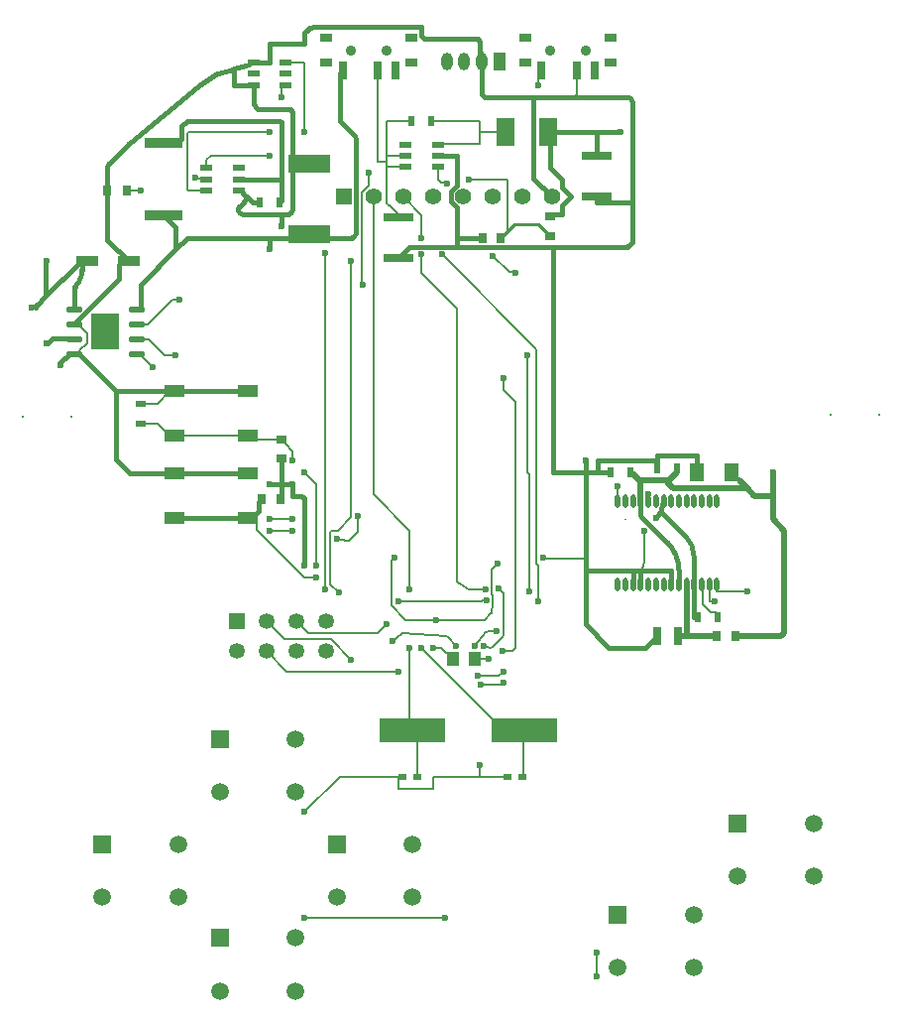
<source format=gbl>
G04*
G04 #@! TF.GenerationSoftware,Altium Limited,Altium Designer,22.3.1 (43)*
G04*
G04 Layer_Physical_Order=2*
G04 Layer_Color=16711680*
%FSLAX44Y44*%
%MOMM*%
G71*
G04*
G04 #@! TF.SameCoordinates,4B90D417-7196-441A-B007-7CACEF84B99C*
G04*
G04*
G04 #@! TF.FilePolarity,Positive*
G04*
G01*
G75*
%ADD11C,0.2540*%
%ADD24R,0.7000X0.9000*%
%ADD28R,0.9000X0.8000*%
%ADD52C,0.4000*%
%ADD53C,0.2032*%
%ADD55C,0.4030*%
%ADD56C,0.5000*%
%ADD57R,1.5080X1.5080*%
%ADD58C,1.5080*%
%ADD59C,1.3500*%
%ADD60R,1.3500X1.3500*%
%ADD61R,1.3980X1.3980*%
%ADD62C,1.3980*%
%ADD63C,0.2500*%
%ADD64R,1.0000X1.5000*%
%ADD65O,1.0000X1.5000*%
%ADD66C,0.9000*%
%ADD67C,0.6000*%
%ADD68R,0.9000X0.7000*%
%ADD69R,3.5240X1.5240*%
%ADD70R,2.6000X0.7000*%
%ADD71R,2.4100X3.1000*%
%ADD72O,1.4000X0.5500*%
%ADD73R,1.0000X0.8000*%
%ADD74R,0.7000X1.5000*%
%ADD75R,1.1000X1.3000*%
%ADD76R,1.7000X1.0000*%
%ADD77R,0.9000X0.5000*%
%ADD78R,1.6500X2.4000*%
%ADD79R,0.5000X0.9000*%
%ADD80R,1.0000X0.6000*%
%ADD81R,0.6800X0.6000*%
%ADD82R,5.6000X2.1000*%
%ADD83O,0.4500X1.1500*%
%ADD84R,0.8000X0.9000*%
%ADD85R,3.2000X0.9500*%
%ADD86R,1.8500X0.9000*%
%ADD87R,1.3000X1.6500*%
%ADD88R,0.8000X1.5500*%
D11*
X59500Y291750D02*
X80000D01*
X90000Y281750D01*
X53625Y285875D02*
X59500Y291750D01*
X47750Y280000D02*
X53625Y285875D01*
D24*
X-140301Y57168D02*
D03*
X-156301D02*
D03*
X232000Y-60000D02*
D03*
X248000D02*
D03*
X47750Y280000D02*
D03*
X32250D02*
D03*
D28*
X90000Y298250D02*
D03*
Y281750D02*
D03*
D52*
X160000Y396014D02*
G03*
X156000Y400000I-4000J-14D01*
G01*
Y272500D02*
G03*
X160000Y276500I0J4000D01*
G01*
X-111932Y459831D02*
G03*
X-111934Y459830I1151J-3831D01*
G01*
X-110780Y460000D02*
G03*
X-111932Y459831I0J-4000D01*
G01*
X-115539Y458716D02*
G03*
X-117020Y457778I1348J-3766D01*
G01*
X-133986Y300000D02*
G03*
X-130000Y304000I-14J4000D01*
G01*
X-269861Y360116D02*
G03*
X-270135Y359865I2561J-3073D01*
G01*
X-287090Y342910D02*
G03*
X-288250Y340107I2840J-2817D01*
G01*
X-175438Y306828D02*
G03*
X-172609Y300000I2828J-2828D01*
G01*
X-115062Y458881D02*
G03*
X-115248Y458820I1161J-3828D01*
G01*
X91750Y300000D02*
G03*
X90000Y298250I0J-1750D01*
G01*
X-75785Y364128D02*
G03*
X-76956Y366956I-4000J0D01*
G01*
X-79785Y280000D02*
G03*
X-75785Y284000I0J4000D01*
G01*
X-317488Y219277D02*
G03*
X-318872Y219545I-1441J-3731D01*
G01*
X31350Y402343D02*
X33693Y400000D01*
X-17657Y450000D02*
X27657D01*
X30202Y430000D02*
Y437641D01*
X33693Y400000D02*
X75653D01*
X27657Y450000D02*
X30000Y447657D01*
X31350Y402343D02*
Y430000D01*
X30000Y437843D02*
X30202Y437641D01*
X30000Y437843D02*
Y447657D01*
X-20000Y452343D02*
X-17657Y450000D01*
X-20000Y452343D02*
Y460000D01*
X4925Y319134D02*
X10000Y324209D01*
Y350000D01*
X4925Y310634D02*
Y319134D01*
Y310634D02*
X10000Y305560D01*
Y280000D02*
Y305560D01*
X160000Y310000D02*
Y396014D01*
X130000Y310000D02*
X160000D01*
X92063Y272500D02*
X156000D01*
X130750Y90000D02*
X181027D01*
X167250Y-3539D02*
X193250D01*
X160750D02*
X167250D01*
Y-15500D02*
Y-3539D01*
X-110780Y460000D02*
X-101611D01*
X-111934Y459830D02*
X-111932Y459831D01*
X-115062Y458881D02*
X-111934Y459830D01*
X-115539Y458716D02*
X-115248Y458820D01*
X-130000Y342343D02*
Y387657D01*
X-140000Y300000D02*
X-133986D01*
X-172609D02*
X-140000D01*
X-180744Y424066D02*
X-180134Y424228D01*
X-182046Y423721D02*
X-180744Y424066D01*
X-180134Y424228D01*
X-193695Y420633D02*
X-180744Y424066D01*
X-270135Y359865D02*
X-270135Y359865D01*
X-287090Y342910D02*
X-270135Y359865D01*
X-287090Y342910D02*
X-287090Y342910D01*
X-288250Y320000D02*
Y340107D01*
X71547Y272500D02*
X92063D01*
X70815Y271768D02*
X71547Y272500D01*
X10000D02*
X30516D01*
X31247Y271768D01*
X-130000Y60000D02*
X-122343D01*
X-120000Y0D02*
Y57657D01*
X-122343Y60000D02*
X-120000Y57657D01*
X110000Y400000D02*
X156000D01*
X-40000Y262500D02*
X-30000Y272500D01*
X10000D01*
X-269861Y360116D02*
X-210000Y410000D01*
X-194339Y420462D01*
X-193695Y420633D01*
X-180134Y424228D02*
X-170542Y426772D01*
X-170142Y426878D02*
X-167734Y427516D01*
X-180000Y410500D02*
Y423721D01*
X-159775Y390000D02*
X-132343D01*
X-269000Y79000D02*
X-231500D01*
X-168500D01*
X130000Y310000D02*
Y315000D01*
X160750Y-15500D02*
Y-3539D01*
X181027Y94595D02*
X215500D01*
X-132343Y390000D02*
X-130000Y387657D01*
Y337657D02*
X-127657Y340000D01*
X-280800Y90800D02*
X-269000Y79000D01*
X-231500Y149000D02*
X-168500D01*
X75653Y400000D02*
X110000D01*
X160000Y276500D02*
Y310000D01*
X181027Y83612D02*
Y90000D01*
Y94595D01*
X193250Y-15500D02*
Y-3539D01*
X-312750Y180950D02*
X-280800Y149000D01*
Y90800D02*
Y149000D01*
X-176250Y320500D02*
X-174250D01*
X-163750Y429500D02*
X-150000D01*
X-130000Y304000D02*
Y337657D01*
X-172266Y318218D02*
X-168157Y314109D01*
X-172266Y318218D02*
Y318516D01*
X92063Y80000D02*
Y272500D01*
X130750Y80000D02*
Y90000D01*
X-180000Y410500D02*
X-163750D01*
Y393975D02*
Y410500D01*
Y393975D02*
X-159775Y390000D01*
X-120000Y454798D02*
X-117020Y457778D01*
X-280800Y149000D02*
X-235000D01*
X92063Y80000D02*
X120000D01*
Y-3539D02*
X160750D01*
X-150000Y429500D02*
Y445403D01*
X-101611Y460000D02*
X-20000D01*
X-175438Y306828D02*
X-168157Y314109D01*
X-164048Y310000D01*
X-158500D01*
X75653Y330616D02*
X91385Y314884D01*
X31247Y271768D02*
X70815D01*
X-288250Y278250D02*
Y320000D01*
X-150000Y445403D02*
X-120000D01*
X-130000Y342343D02*
X-127657Y340000D01*
X-140000Y290000D02*
Y300000D01*
X-174250Y320500D02*
X-172266Y318516D01*
X10000Y280000D02*
X32250D01*
X-288250Y278250D02*
X-270000Y260000D01*
X-120000Y445403D02*
Y454798D01*
X75653Y330616D02*
Y400000D01*
X10000Y272500D02*
Y280000D01*
X-6250Y350000D02*
X10000D01*
X215500Y80000D02*
Y94595D01*
X-150000Y270000D02*
Y280000D01*
X-100000D01*
X91750Y300000D02*
X100000D01*
X90000Y340000D02*
Y370000D01*
X100000Y322500D02*
Y330000D01*
Y322500D02*
X107500Y315000D01*
X100000Y300000D02*
Y307500D01*
X107500Y315000D01*
X90000Y340000D02*
X100000Y330000D01*
X-100000Y280000D02*
X-79785D01*
X-90000Y380000D02*
X-76956Y366956D01*
X-75785Y284000D02*
Y364128D01*
X-158785Y47215D02*
Y54684D01*
X-165000Y41000D02*
X-158785Y47215D01*
X-140000Y57469D02*
Y70000D01*
X-140301Y57168D02*
X-140000Y57469D01*
X-231500Y41000D02*
X-168500D01*
X-140000Y70000D02*
X-130000D01*
X-150000D02*
X-140000D01*
Y92000D01*
X-130000Y60000D02*
Y70000D01*
X-220000Y280000D02*
X-150000D01*
X130000Y370000D02*
X150000D01*
X90000D02*
X130000D01*
X88500D02*
X90000D01*
X130000Y350000D02*
Y370000D01*
X-90000Y380000D02*
Y398000D01*
X-89984Y420016D02*
X-87500Y422500D01*
X-89984Y398016D02*
Y420016D01*
X-90000Y398000D02*
X-89984Y398016D01*
X-140000Y330000D02*
Y378810D01*
Y311500D02*
Y330000D01*
X-176250D02*
X-140000D01*
X-141500Y310000D02*
X-140000Y311500D01*
X-141190Y380000D02*
X-140000Y378810D01*
X-220000Y380000D02*
X-141190D01*
X-225016Y374984D02*
X-220000Y380000D01*
X-225016Y364734D02*
Y374984D01*
X-228750Y361000D02*
X-225016Y364734D01*
X-240000Y361000D02*
X-228750D01*
X-230000Y270000D02*
X-220000Y280000D01*
X-259766Y240234D02*
X-230000Y270000D01*
X-240000Y299000D02*
X-230000Y289000D01*
Y270000D02*
Y289000D01*
X-261368Y219050D02*
X-259766Y220652D01*
X-263000Y219050D02*
X-261368D01*
X-259766Y220652D02*
Y240234D01*
X-317488Y219277D02*
X-317475Y219272D01*
Y219525D01*
X-335319Y193872D02*
X-320831D01*
X-339192Y190000D02*
X-335319Y193872D01*
D53*
X77939Y184249D02*
G03*
X77345Y185685I-2032J-0D01*
G01*
X167250Y-3539D02*
G03*
X170000Y3100I-6639J6639D01*
G01*
X36537Y-55882D02*
G03*
X35019Y-56564I0J-2032D01*
G01*
X-35987Y-57249D02*
G03*
X-37465Y-57733I-155J-2026D01*
G01*
X2934Y-60821D02*
G03*
X1547Y-60118I-1542J-1323D01*
G01*
X49405Y-60595D02*
G03*
X50000Y-59158I-1437J1437D01*
G01*
X38948Y-69795D02*
G03*
X40764Y-69236I380J1996D01*
G01*
X10000Y-12607D02*
G03*
X10959Y-14332I2032J0D01*
G01*
X82500Y422500D02*
G03*
X80000Y420000I0J-2500D01*
G01*
X-50000Y309522D02*
G03*
X-47978Y307500I2032J10D01*
G01*
X-253062Y193062D02*
G03*
X-254492Y193650I-1429J-1444D01*
G01*
X-240593Y180593D02*
G03*
X-239158Y180000I1435J1439D01*
G01*
X167250Y43577D02*
G03*
X167836Y42164I2032J14D01*
G01*
X84250Y6758D02*
X84503Y6505D01*
X120000D01*
X77939Y184249D02*
X77939D01*
X-2863Y266049D02*
X77345Y185685D01*
X77939Y2061D02*
Y184249D01*
Y2061D02*
X80000Y0D01*
X-92163Y23502D02*
X-91404Y22742D01*
X-86266D02*
X-85237Y21713D01*
X-91404Y22742D02*
X-86266D01*
X-85237Y21713D02*
X-82006D01*
X-74714Y29005D01*
X-80000Y41515D02*
Y260000D01*
X-74714Y29005D02*
Y42786D01*
X-91516Y30000D02*
X-80000Y41515D01*
X1317Y327343D02*
X2076Y326584D01*
X-3593Y327343D02*
X1317D01*
X-6250Y330000D02*
X-3593Y327343D01*
X-70759Y240759D02*
Y242811D01*
X-71123Y243174D02*
X-70759Y242811D01*
X-71123Y243174D02*
Y318877D01*
X-70759Y240759D02*
X-70000Y240000D01*
X-71123Y318877D02*
X-65438Y324562D01*
X-313529Y206350D02*
X-313484Y206305D01*
X-305808Y189934D02*
Y198628D01*
X-313689Y180950D02*
X-312086Y182552D01*
Y183655D02*
X-305808Y189934D01*
X-313484Y206305D02*
X-305808Y198628D01*
X-314391Y180950D02*
X-313689D01*
X-312086Y182552D02*
Y183655D01*
X-314391Y180950D02*
X-312750D01*
X-317000D02*
X-314391D01*
X-207734Y330610D02*
Y330636D01*
X-212999Y330610D02*
X-207734D01*
X-213609Y331221D02*
X-212999Y330610D01*
X-220000Y368810D02*
X-218810Y370000D01*
X-220000Y321190D02*
X-218810Y320000D01*
X-220000Y321190D02*
Y368810D01*
X-313529Y206350D02*
X-313440D01*
X-40000Y-190000D02*
Y-180000D01*
X40790Y264797D02*
X54828Y250759D01*
X59241D01*
X60000Y250000D01*
X25668Y-68335D02*
X35019Y-56564D01*
X70096Y79523D02*
X71670Y77949D01*
Y-21674D02*
Y77949D01*
X70096Y79523D02*
Y179904D01*
X45816Y-19124D02*
X50000Y-23308D01*
X45816Y-19124D02*
Y-18939D01*
X50000Y-59158D02*
Y-23308D01*
X27650Y-20000D02*
X34714Y-19616D01*
X40572Y-31840D02*
Y-27461D01*
X39405Y-40595D02*
X40000Y-40000D01*
X40595Y-2593D02*
X44909Y1722D01*
X40000Y-3188D02*
X40595Y-2593D01*
X28222Y-29991D02*
X35286Y-29651D01*
X40000Y-22018D02*
X40000Y-3188D01*
X28097Y-29997D02*
X28222Y-29991D01*
X40000Y-22018D02*
X40572Y-27461D01*
X-40000Y-30000D02*
X27985D01*
X34024Y-45976D02*
X39405Y-40595D01*
X40000Y-40000D02*
X40572Y-31840D01*
X20000Y-20000D02*
X27650D01*
X27985Y-30000D02*
X28097Y-29997D01*
X173750Y60958D02*
X174020Y61228D01*
X173750Y55500D02*
Y60958D01*
X147750Y55500D02*
Y67750D01*
X36537Y-55882D02*
X43670D01*
X43764Y-55788D01*
X-57552Y-57552D02*
X-50000Y-50000D01*
X-127300Y-47300D02*
X-117048Y-57552D01*
X-57552D01*
X-120000Y80000D02*
X-110000Y70000D01*
Y0D02*
Y70000D01*
X-120000Y-10000D02*
X-110000D01*
X-102562Y-20000D02*
Y266974D01*
X-20000Y250000D02*
Y266183D01*
X-20017Y266200D02*
X-20000Y266183D01*
X2934Y-60821D02*
X9293Y-68233D01*
X2934Y-60821D02*
X2934Y-60821D01*
X-44877Y-64092D02*
X-37465Y-57733D01*
X-35987Y-57249D02*
X1547Y-60118D01*
X-239158Y180000D02*
X-230000D01*
X-235000Y149000D02*
X-231500D01*
X-101975Y459636D02*
X-101611Y460000D01*
X-260000Y138500D02*
X-245500D01*
X110000Y400000D02*
X112500Y402500D01*
X120000Y-3539D02*
Y-3098D01*
X-245500Y138500D02*
X-235000Y149000D01*
X112500Y402500D02*
Y422500D01*
X-274750Y260000D02*
X-270000D01*
X-167734Y427516D02*
X-163750Y429500D01*
X-321250Y180950D02*
X-317000D01*
X120000Y6437D02*
Y6505D01*
X170000Y3100D02*
Y30000D01*
X-278234Y256516D02*
X-274750Y260000D01*
X36537Y-55882D02*
X36537Y-55882D01*
X40764Y-69236D02*
X49405Y-60595D01*
X57449Y-72551D02*
X60000Y-70000D01*
X48781Y-72551D02*
X57449D01*
X60000Y-70000D02*
Y140000D01*
X50000Y150000D02*
X60000Y140000D01*
X50000Y150000D02*
Y160000D01*
X-65438Y324562D02*
Y335861D01*
X32932Y-68623D02*
X38948Y-69795D01*
X-30000Y-20000D02*
X-30000Y30000D01*
X-61015Y61015D02*
X-30000Y30000D01*
X-61015Y61015D02*
Y314884D01*
X-7500Y-45976D02*
X34024D01*
X-34024D02*
X-7500D01*
X-46081Y-33919D02*
X-34024Y-45976D01*
X10959Y-14332D02*
X20000Y-20000D01*
X10000Y-12607D02*
Y220000D01*
X-20000Y250000D02*
X10000Y220000D01*
X-20000Y280000D02*
Y299269D01*
X-35615Y314884D02*
X-20000Y299269D01*
X80000Y-30000D02*
Y0D01*
Y410000D02*
Y420000D01*
X-47978Y307500D02*
X-47500D01*
X-47978D02*
X-47978D01*
X-50000Y309522D02*
Y341690D01*
Y309522D02*
Y309522D01*
X-47500Y307500D02*
X-40000Y300000D01*
X-50000Y341690D02*
Y345250D01*
X30592Y-101573D02*
X48427D01*
X50000Y-100000D01*
X-152700Y-72700D02*
X-135400Y-90000D01*
X-40000D01*
X45944Y-94056D02*
X50000Y-90000D01*
X27764Y-94056D02*
X45944D01*
X-97488Y-62512D02*
X-80000Y-80000D01*
X-137488Y-62512D02*
X-97488D01*
X-152700Y-47300D02*
X-137488Y-62512D01*
X1959Y-73889D02*
X6443Y-78373D01*
X-2930Y-70000D02*
X959Y-73889D01*
X6443Y-79373D02*
Y-78373D01*
X959Y-73889D02*
X1959D01*
X-10000Y-70000D02*
X-2930D01*
X25570Y-79500D02*
X37430D01*
X25443Y-79373D02*
X25570Y-79500D01*
X-165000Y41000D02*
X-161016Y37016D01*
X-168500Y41000D02*
X-165000D01*
X-161016Y31016D02*
Y37016D01*
Y31016D02*
X-120000Y-10000D01*
X-158785Y54684D02*
X-156301Y57168D01*
X-231500Y111000D02*
X-168500D01*
X-235000D02*
X-231500D01*
X-245500Y121500D02*
X-235000Y111000D01*
X-260000Y121500D02*
X-245500D01*
X-139000Y108000D02*
X-136516Y105516D01*
Y104516D02*
X-130000Y98000D01*
X-140000Y108000D02*
X-139000D01*
X-136516Y104516D02*
Y105516D01*
X-130000Y90000D02*
Y98000D01*
X-168500Y111000D02*
X-165500Y108000D01*
X-140000D01*
X-97840Y28810D02*
X-96650Y30000D01*
X-97840Y-15782D02*
X-90763Y-22859D01*
X-96650Y30000D02*
X-91516D01*
X-97840Y-15782D02*
Y28810D01*
X-46081Y4852D02*
X-43439Y7494D01*
X-46081Y-33919D02*
Y4852D01*
X30000Y-180000D02*
X53500D01*
X-10000D02*
X30000D01*
Y-170000D01*
X-40000Y-180000D02*
X-36500D01*
X-90000D02*
X-40000D01*
Y-190000D02*
X-10000D01*
Y-180000D01*
X-120000Y-210000D02*
X-90000Y-180000D01*
X-120000Y-300000D02*
X0D01*
X130000Y-350000D02*
Y-330000D01*
X-150000Y40000D02*
X-130000D01*
X-150000Y30000D02*
X-130000D01*
X53625Y285875D02*
Y330000D01*
X20000D02*
X53625D01*
X-6250D02*
Y340500D01*
Y360000D02*
X30000D01*
Y370000D01*
X-6250Y359500D02*
Y360000D01*
X30000Y370000D02*
X51500D01*
X30000D02*
Y380000D01*
X-11500D02*
X30000D01*
X-50000Y348810D02*
Y380000D01*
Y345250D02*
Y348810D01*
X-57500Y345250D02*
X-50000D01*
Y380000D02*
X-28500D01*
X-57500Y345250D02*
Y422500D01*
X-48810Y350000D02*
X-33750D01*
X-50000Y348810D02*
X-48810Y350000D01*
X-50000Y341690D02*
X-48810Y340500D01*
X-33750D01*
X-23698Y-178016D02*
Y-149484D01*
X-27500Y-140000D02*
X-23698Y-149484D01*
Y-178016D02*
X-23500Y-180000D01*
X66550Y-178016D02*
Y-149484D01*
X67500Y-140000D01*
X66500Y-180000D02*
X66550Y-178016D01*
X-20000Y-70000D02*
X40516Y-130516D01*
X67500Y-140000D01*
X-30000Y-130516D02*
X-27500Y-140000D01*
X-30000Y-130516D02*
Y-70000D01*
X-270000Y320000D02*
X-260000D01*
X-207734Y330636D02*
X-203750Y330000D01*
X-136250Y429500D02*
X-121190D01*
X-120000Y370000D02*
Y428310D01*
X-121190Y429500D02*
X-120000Y428310D01*
X-200000Y350000D02*
X-150000D01*
X-203750Y346250D02*
X-200000Y350000D01*
X-203750Y339500D02*
Y346250D01*
X-204250Y320000D02*
X-203750Y320500D01*
X-218810Y320000D02*
X-204250D01*
X-218810Y370000D02*
X-150000D01*
X-140000Y408516D02*
X-138016Y410500D01*
X-136250D01*
X-140000Y400000D02*
Y408516D01*
X-352357Y220793D02*
X-349957D01*
X-306000Y260000D02*
X-301250D01*
X-353116Y220034D02*
X-352357Y220793D01*
X-260950Y180950D02*
X-250000Y170000D01*
X-263000Y180950D02*
X-260950D01*
X-263000Y193650D02*
X-254492D01*
X-253062Y193062D02*
X-240593Y180593D01*
X-263000Y206350D02*
X-253650D01*
X-250000Y210000D01*
X-232693Y227307D01*
X-226442D01*
X-340000Y190000D02*
X-339192D01*
X-317475Y219525D02*
X-317000Y219050D01*
X220043Y-32952D02*
Y-15500D01*
X226985Y-39894D02*
X231816D01*
X233300Y-43378D02*
Y-41378D01*
X231816Y-39894D02*
X233300Y-41378D01*
X220043Y-32952D02*
X226985Y-39894D01*
X219250Y-15500D02*
X220043D01*
X232250Y-21549D02*
X258451D01*
X232250D02*
Y-15500D01*
X225750Y-30000D02*
Y-15500D01*
Y-30000D02*
X230000D01*
X154215Y40035D02*
X154250Y40000D01*
X199750Y-3543D02*
X199750Y-3553D01*
X244500Y78250D02*
X249984Y72766D01*
X244500Y78250D02*
Y80000D01*
X249984Y72766D02*
X251734D01*
D55*
X184693Y46407D02*
G03*
X186750Y55500I-19067J9093D01*
G01*
X180563Y40563D02*
G03*
X184693Y46407I-14937J14937D01*
G01*
X212750Y7829D02*
G03*
X205310Y25789I-25400J0D01*
G01*
X-314593Y208278D02*
G03*
X-315660Y206350I2859J-2841D01*
G01*
X-348935Y222554D02*
G03*
X-349957Y220793I2862J-2838D01*
G01*
X-310000Y259996D02*
G03*
X-312498Y258981I180J-4026D01*
G01*
X-309834Y260000D02*
G03*
X-310000Y259996I14J-4030D01*
G01*
X-315913Y238288D02*
G03*
X-310662Y247440I-14283J14279D01*
G01*
D02*
G03*
X-310000Y252567I-19535J5127D01*
G01*
X199750Y-3543D02*
G03*
X189989Y20011I-33289J4D01*
G01*
X184693Y46407D02*
X205310Y25789D01*
X212750Y-15500D02*
Y7829D01*
Y-43378D02*
Y-15500D01*
X-314593Y208278D02*
X-278234Y244637D01*
X-315660Y206350D02*
X-315660D01*
X-317000D02*
X-315660D01*
X120000Y80000D02*
Y90000D01*
Y-3098D02*
Y6437D01*
Y6505D02*
Y80000D01*
X-328438Y171295D02*
Y173762D01*
X120000Y-50000D02*
X140000Y-70000D01*
X-328438Y173762D02*
X-321250Y180950D01*
X120000Y80000D02*
X130750D01*
X141500D01*
X120000Y-50000D02*
Y-3539D01*
X140000Y-70000D02*
X171000D01*
X-278234Y244637D02*
Y256516D01*
X171000Y-70000D02*
X181000Y-60000D01*
X-317000Y219050D02*
Y237201D01*
X-340745Y230745D02*
Y259255D01*
X-312586Y258903D02*
X-312498Y258981D01*
X-348935Y222554D02*
X-340745Y230745D01*
X-310000Y259996D02*
Y260000D01*
X-309820D02*
X-306000D01*
X-349957Y220793D02*
Y220793D01*
X-340745Y230745D02*
X-312586Y258903D01*
X-309834Y260000D02*
X-309820Y260000D01*
X-340745Y259255D02*
X-340000Y260000D01*
X-310000Y257515D02*
X-310000Y259996D01*
X-317000Y237201D02*
X-315913Y238288D01*
X-310000Y252567D02*
X-310000Y257515D01*
X212750Y-43378D02*
X216300D01*
X199750Y-15500D02*
Y-3553D01*
X167836Y42164D02*
X189989Y20011D01*
X167250Y43577D02*
Y55500D01*
D56*
X165794Y72706D02*
G03*
X165777Y72723I-3544J-3527D01*
G01*
X159827Y78673D02*
G03*
X158511Y79618I-3535J-3535D01*
G01*
X167250Y71250D02*
G03*
X167237Y71263I-3535J-3536D01*
G01*
X158500Y79618D02*
Y80000D01*
X258056Y66444D02*
X258560D01*
X158500Y79618D02*
X158511D01*
X159827Y78673D02*
X165777Y72723D01*
X280000Y40000D02*
Y80000D01*
X165777Y72723D02*
X167250D01*
Y55500D02*
Y71250D01*
X165794Y72706D02*
X167237Y71263D01*
X167250Y72723D02*
X191223D01*
X206250Y-59823D02*
Y-15500D01*
Y-59823D02*
X206822D01*
X199000Y-60000D02*
X232000D01*
X189750Y71250D02*
X198500Y80000D01*
X258056Y66444D02*
X264500Y60000D01*
X251734Y72766D02*
X258056Y66444D01*
X194556D02*
X258056D01*
X189750Y71250D02*
X194556Y66444D01*
X264500Y60000D02*
X280000D01*
Y40000D02*
X290000Y30000D01*
Y-57071D02*
Y30000D01*
X287071Y-60000D02*
X290000Y-57071D01*
X270000Y-60000D02*
X287071D01*
X248000D02*
X270000D01*
D57*
X-192500Y-147500D02*
D03*
X-92500Y-237500D02*
D03*
X-192500Y-317500D02*
D03*
X-292500Y-237500D02*
D03*
X147500Y-297500D02*
D03*
X250000Y-220000D02*
D03*
D58*
X-127500Y-147500D02*
D03*
X-192500Y-192500D02*
D03*
X-127500D02*
D03*
X-27500Y-282500D02*
D03*
X-92500D02*
D03*
X-27500Y-237500D02*
D03*
X-127500Y-317500D02*
D03*
X-192500Y-362500D02*
D03*
X-127500D02*
D03*
X-227500Y-282500D02*
D03*
X-292500D02*
D03*
X-227500Y-237500D02*
D03*
X212500Y-297500D02*
D03*
X147500Y-342500D02*
D03*
X212500D02*
D03*
X315000Y-265000D02*
D03*
X250000D02*
D03*
X315000Y-220000D02*
D03*
D59*
X-101900Y-72700D02*
D03*
X-127300D02*
D03*
X-152700D02*
D03*
X-178100D02*
D03*
X-101900Y-47300D02*
D03*
X-127300D02*
D03*
X-152700D02*
D03*
D60*
X-178100D02*
D03*
D61*
X-86415Y314884D02*
D03*
D62*
X91385D02*
D03*
X65985D02*
D03*
X-35615D02*
D03*
X-61015D02*
D03*
X40585D02*
D03*
X-10215D02*
D03*
X15185D02*
D03*
D63*
X370500Y129375D02*
D03*
X329500D02*
D03*
X-319500Y127500D02*
D03*
X-360500D02*
D03*
D64*
X46350Y430000D02*
D03*
D03*
D65*
X31350D02*
D03*
D03*
X16350D02*
D03*
D03*
X1350D02*
D03*
D03*
D66*
X-80000Y440000D02*
D03*
X-50000D02*
D03*
X120000D02*
D03*
X90000D02*
D03*
D67*
X-130000Y70000D02*
D03*
Y40000D02*
D03*
X84250Y6758D02*
D03*
X-92163Y23502D02*
D03*
X-80000Y260000D02*
D03*
X-74714Y42786D02*
D03*
X2076Y326584D02*
D03*
X-213609Y331221D02*
D03*
X40790Y264797D02*
D03*
X25668Y-68335D02*
D03*
X71670Y-21674D02*
D03*
X45816Y-18939D02*
D03*
X34714Y-19616D02*
D03*
X35286Y-29651D02*
D03*
X174020Y61228D02*
D03*
X147750Y67750D02*
D03*
X43764Y-55788D02*
D03*
X-120000Y0D02*
D03*
X-110000D02*
D03*
Y-10000D02*
D03*
X60000Y250000D02*
D03*
X-2863Y266049D02*
D03*
X-20017Y266200D02*
D03*
X48781Y-72551D02*
D03*
X50000Y160000D02*
D03*
X-70000Y240000D02*
D03*
X-65438Y335861D02*
D03*
X-150000Y270000D02*
D03*
X32932Y-68623D02*
D03*
X9293Y-68233D02*
D03*
X-44877Y-64092D02*
D03*
X-30000Y-20000D02*
D03*
X-7500Y-45976D02*
D03*
X-20000Y280000D02*
D03*
X70096Y179904D02*
D03*
X80000Y-30000D02*
D03*
Y410000D02*
D03*
X50000Y-100000D02*
D03*
X30592Y-101573D02*
D03*
X-40000Y-90000D02*
D03*
X50000D02*
D03*
X27764Y-94056D02*
D03*
X-80000Y-80000D02*
D03*
X-40000Y-30000D02*
D03*
X-50000Y-50000D02*
D03*
X-10000Y-70000D02*
D03*
X37430Y-79500D02*
D03*
X-130000Y90000D02*
D03*
X-90763Y-22859D02*
D03*
X-102562Y-20000D02*
D03*
Y266974D02*
D03*
X-120000Y80000D02*
D03*
X-43439Y7494D02*
D03*
X44909Y1722D02*
D03*
X30000Y-170000D02*
D03*
X-120000Y-210000D02*
D03*
X0Y-300000D02*
D03*
X-120000D02*
D03*
X130000Y-330000D02*
D03*
Y-350000D02*
D03*
X-150000Y40000D02*
D03*
X-130000Y30000D02*
D03*
X-150000D02*
D03*
Y70000D02*
D03*
X-140000Y290000D02*
D03*
X150000Y370000D02*
D03*
X20000Y330000D02*
D03*
X-20000Y-70000D02*
D03*
X-30000D02*
D03*
X120000Y90000D02*
D03*
X170000Y30000D02*
D03*
X180563Y40563D02*
D03*
X-260000Y320000D02*
D03*
X-120000Y370000D02*
D03*
X-150000Y350000D02*
D03*
Y370000D02*
D03*
X-140000Y400000D02*
D03*
X-353116Y220034D02*
D03*
X-340000Y260000D02*
D03*
X-250000Y170000D02*
D03*
X-230000Y180000D02*
D03*
X-226442Y227307D02*
D03*
X-328438Y171295D02*
D03*
X-340000Y190000D02*
D03*
X258451Y-21549D02*
D03*
X230000Y-30000D02*
D03*
X280000Y80000D02*
D03*
D68*
X-140000Y108000D02*
D03*
Y92000D02*
D03*
D69*
X-115782Y283341D02*
D03*
Y343341D02*
D03*
D70*
X-40000Y297500D02*
D03*
Y262500D02*
D03*
X130000Y315000D02*
D03*
Y350000D02*
D03*
D71*
X-290000Y200000D02*
D03*
D72*
X-263000Y219050D02*
D03*
Y206350D02*
D03*
Y193650D02*
D03*
Y180950D02*
D03*
X-317000Y219050D02*
D03*
Y206350D02*
D03*
Y193650D02*
D03*
Y180950D02*
D03*
D73*
X-28500Y450500D02*
D03*
Y429500D02*
D03*
X-101500Y450500D02*
D03*
Y429500D02*
D03*
X141500Y450500D02*
D03*
X68500D02*
D03*
X141500Y429500D02*
D03*
X68500D02*
D03*
D74*
X-42500Y422500D02*
D03*
X-57500D02*
D03*
X-87500D02*
D03*
X112500D02*
D03*
X127500D02*
D03*
X82500D02*
D03*
D75*
X25443Y-79373D02*
D03*
X6443D02*
D03*
D76*
X-168500Y41000D02*
D03*
X-231500D02*
D03*
Y79000D02*
D03*
X-168500D02*
D03*
X-168500Y111000D02*
D03*
X-231500D02*
D03*
Y149000D02*
D03*
X-168500D02*
D03*
D77*
X-260000Y121500D02*
D03*
Y138500D02*
D03*
D78*
X88500Y370000D02*
D03*
X51500D02*
D03*
D79*
X-11500Y380000D02*
D03*
X-28500D02*
D03*
X-141500Y310000D02*
D03*
X-158500D02*
D03*
X233300Y-43378D02*
D03*
X216300D02*
D03*
X198027Y83612D02*
D03*
X181027D02*
D03*
X158500Y80000D02*
D03*
X141500D02*
D03*
D80*
X-33750Y350000D02*
D03*
Y359500D02*
D03*
Y340500D02*
D03*
X-6250D02*
D03*
Y359500D02*
D03*
Y350000D02*
D03*
X-163750Y410500D02*
D03*
Y420000D02*
D03*
Y429500D02*
D03*
X-136250D02*
D03*
Y420000D02*
D03*
Y410500D02*
D03*
X-203750Y320500D02*
D03*
Y330000D02*
D03*
Y339500D02*
D03*
X-176250D02*
D03*
Y330000D02*
D03*
Y320500D02*
D03*
D81*
X66500Y-180000D02*
D03*
X53500D02*
D03*
X-23500D02*
D03*
X-36500D02*
D03*
D82*
X67500Y-140000D02*
D03*
X-27500D02*
D03*
D83*
X147750Y55500D02*
D03*
X154250D02*
D03*
X160750D02*
D03*
X167250D02*
D03*
X173750D02*
D03*
X180250D02*
D03*
X186750D02*
D03*
X193250D02*
D03*
X199750D02*
D03*
X206250D02*
D03*
X212750D02*
D03*
X219250D02*
D03*
X225750D02*
D03*
X232250D02*
D03*
X147750Y-15500D02*
D03*
X154250D02*
D03*
X160750D02*
D03*
X167250D02*
D03*
X173750D02*
D03*
X180250D02*
D03*
X186750D02*
D03*
X193250D02*
D03*
X199750D02*
D03*
X206250D02*
D03*
X212750D02*
D03*
X219250D02*
D03*
X225750D02*
D03*
X232250D02*
D03*
D84*
X-288250Y320000D02*
D03*
X-271750D02*
D03*
D85*
X-240000Y361000D02*
D03*
Y299000D02*
D03*
D86*
X-270000Y260000D02*
D03*
X-306000D02*
D03*
D87*
X215500Y80000D02*
D03*
X244500D02*
D03*
D88*
X181000Y-60000D02*
D03*
X199000D02*
D03*
M02*

</source>
